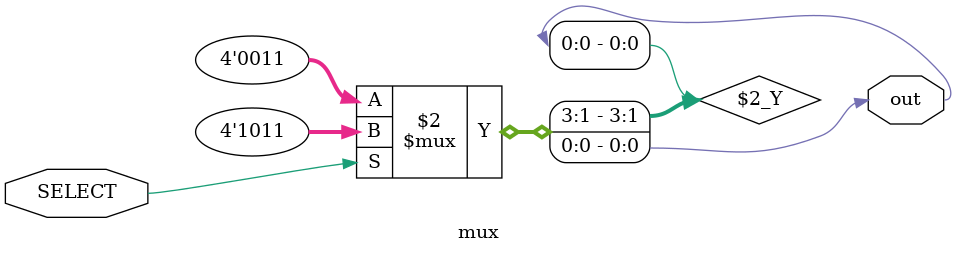
<source format=v>
module mux (
    SELECT,
    out
);
  input SELECT;
  output reg out;
  //                              -5         3
  always @(*) out = SELECT ? 4'b1011 : 4'b0011;

endmodule

</source>
